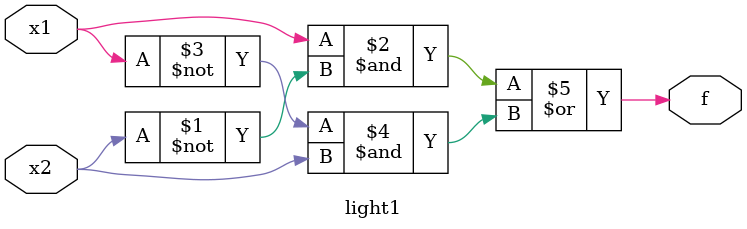
<source format=v>
module light1 (x1, x2, f);
	input x1, x2;
	output f;
	assign f = (x1 & ~x2)|(~x1 & x2);
endmodule
</source>
